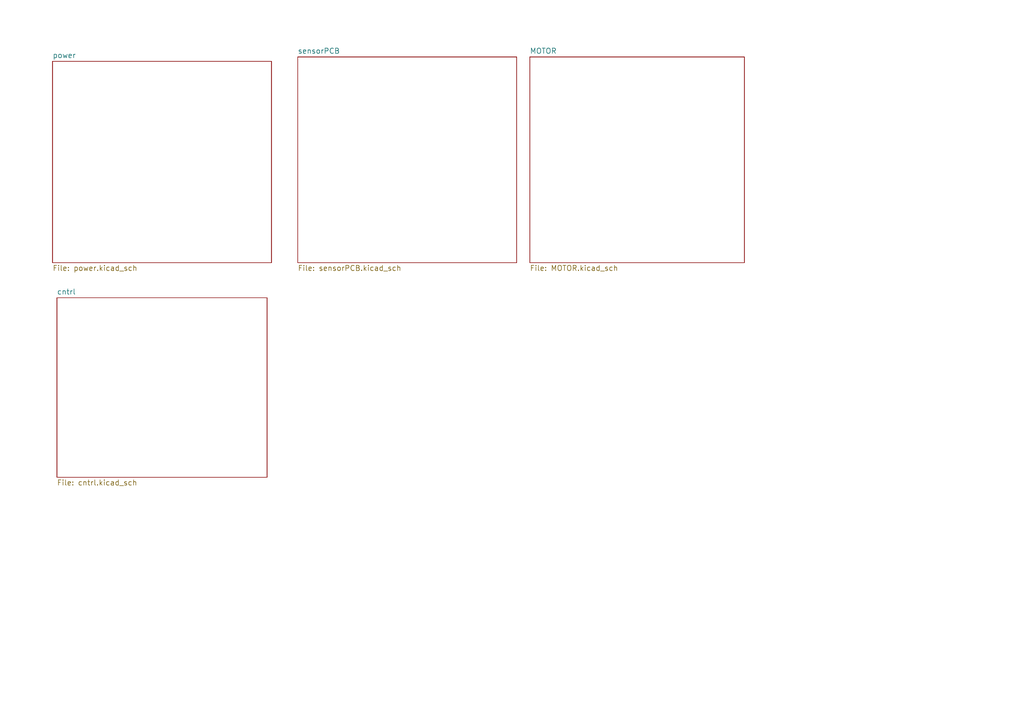
<source format=kicad_sch>
(kicad_sch (version 20211123) (generator eeschema)
  (paper "A4")
  (lib_symbols)
  (sheet (at 86.36 16.51) (size 63.5 59.69)
    (property "Sheet name" "sensorPCB" (at 86.36 15.6714 0) (effects (font (size 1.524 1.524)) (justify left bottom)))
    (property "Sheet file" "sensorPCB.kicad_sch" (at 86.36 76.8862 0) (effects (font (size 1.524 1.524)) (justify left top)))
  )
  (sheet (at 15.24 17.78) (size 63.5 58.42)
    (property "Sheet name" "power" (at 15.24 16.9414 0) (effects (font (size 1.524 1.524)) (justify left bottom)))
    (property "Sheet file" "power.kicad_sch" (at 15.24 76.8862 0) (effects (font (size 1.524 1.524)) (justify left top)))
  )
  (sheet (at 16.51 86.36) (size 60.96 52.07)
    (property "Sheet name" "cntrl" (at 16.51 85.5214 0) (effects (font (size 1.524 1.524)) (justify left bottom)))
    (property "Sheet file" "cntrl.kicad_sch" (at 16.51 139.1162 0) (effects (font (size 1.524 1.524)) (justify left top)))
  )
  (sheet (at 153.67 16.51) (size 62.23 59.69)
    (property "Sheet name" "MOTOR" (at 153.67 15.6714 0) (effects (font (size 1.524 1.524)) (justify left bottom)))
    (property "Sheet file" "MOTOR.kicad_sch" (at 153.67 76.8862 0) (effects (font (size 1.524 1.524)) (justify left top)))
  )
)
</source>
